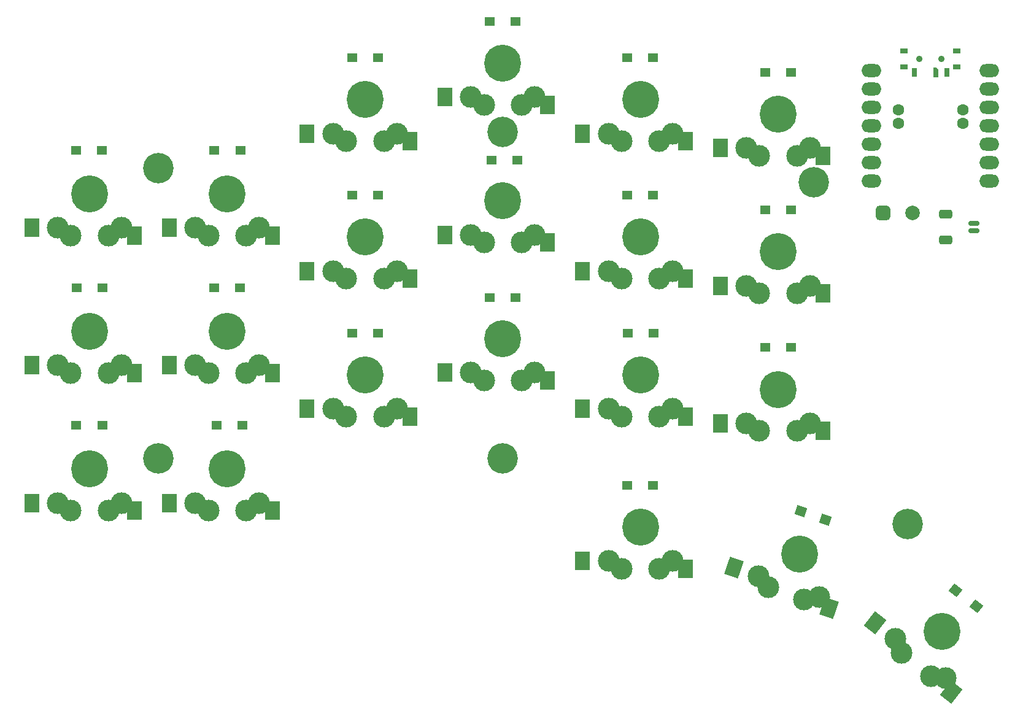
<source format=gbs>
G04 #@! TF.GenerationSoftware,KiCad,Pcbnew,8.0.2-1*
G04 #@! TF.CreationDate,2024-09-12T16:13:46+03:00*
G04 #@! TF.ProjectId,pcb,7063622e-6b69-4636-9164-5f7063625858,rev?*
G04 #@! TF.SameCoordinates,Original*
G04 #@! TF.FileFunction,Soldermask,Bot*
G04 #@! TF.FilePolarity,Negative*
%FSLAX46Y46*%
G04 Gerber Fmt 4.6, Leading zero omitted, Abs format (unit mm)*
G04 Created by KiCad (PCBNEW 8.0.2-1) date 2024-09-12 16:13:46*
%MOMM*%
%LPD*%
G01*
G04 APERTURE LIST*
G04 Aperture macros list*
%AMRoundRect*
0 Rectangle with rounded corners*
0 $1 Rounding radius*
0 $2 $3 $4 $5 $6 $7 $8 $9 X,Y pos of 4 corners*
0 Add a 4 corners polygon primitive as box body*
4,1,4,$2,$3,$4,$5,$6,$7,$8,$9,$2,$3,0*
0 Add four circle primitives for the rounded corners*
1,1,$1+$1,$2,$3*
1,1,$1+$1,$4,$5*
1,1,$1+$1,$6,$7*
1,1,$1+$1,$8,$9*
0 Add four rect primitives between the rounded corners*
20,1,$1+$1,$2,$3,$4,$5,0*
20,1,$1+$1,$4,$5,$6,$7,0*
20,1,$1+$1,$6,$7,$8,$9,0*
20,1,$1+$1,$8,$9,$2,$3,0*%
%AMRotRect*
0 Rectangle, with rotation*
0 The origin of the aperture is its center*
0 $1 length*
0 $2 width*
0 $3 Rotation angle, in degrees counterclockwise*
0 Add horizontal line*
21,1,$1,$2,0,0,$3*%
%AMOutline5P*
0 Free polygon, 5 corners , with rotation*
0 The origin of the aperture is its center*
0 number of corners: always 5*
0 $1 to $10 corner X, Y*
0 $11 Rotation angle, in degrees counterclockwise*
0 create outline with 5 corners*
4,1,5,$1,$2,$3,$4,$5,$6,$7,$8,$9,$10,$1,$2,$11*%
%AMOutline6P*
0 Free polygon, 6 corners , with rotation*
0 The origin of the aperture is its center*
0 number of corners: always 6*
0 $1 to $12 corner X, Y*
0 $13 Rotation angle, in degrees counterclockwise*
0 create outline with 6 corners*
4,1,6,$1,$2,$3,$4,$5,$6,$7,$8,$9,$10,$11,$12,$1,$2,$13*%
%AMOutline7P*
0 Free polygon, 7 corners , with rotation*
0 The origin of the aperture is its center*
0 number of corners: always 7*
0 $1 to $14 corner X, Y*
0 $15 Rotation angle, in degrees counterclockwise*
0 create outline with 7 corners*
4,1,7,$1,$2,$3,$4,$5,$6,$7,$8,$9,$10,$11,$12,$13,$14,$1,$2,$15*%
%AMOutline8P*
0 Free polygon, 8 corners , with rotation*
0 The origin of the aperture is its center*
0 number of corners: always 8*
0 $1 to $16 corner X, Y*
0 $17 Rotation angle, in degrees counterclockwise*
0 create outline with 8 corners*
4,1,8,$1,$2,$3,$4,$5,$6,$7,$8,$9,$10,$11,$12,$13,$14,$15,$16,$1,$2,$17*%
G04 Aperture macros list end*
%ADD10C,4.200000*%
%ADD11C,2.000000*%
%ADD12RoundRect,0.500000X-0.500000X0.500000X-0.500000X-0.500000X0.500000X-0.500000X0.500000X0.500000X0*%
%ADD13R,1.000000X0.800000*%
%ADD14C,0.900000*%
%ADD15R,0.700000X1.280000*%
%ADD16Outline5P,-0.350000X0.640000X0.350000X0.640000X0.350000X-0.640000X-0.070000X-0.640000X-0.350000X-0.360000X180.000000*%
%ADD17RoundRect,0.150000X-0.625000X0.150000X-0.625000X-0.150000X0.625000X-0.150000X0.625000X0.150000X0*%
%ADD18RoundRect,0.250000X-0.650000X0.350000X-0.650000X-0.350000X0.650000X-0.350000X0.650000X0.350000X0*%
%ADD19RotRect,1.425000X1.300000X322.000000*%
%ADD20RotRect,1.425000X1.300000X341.000000*%
%ADD21R,1.425000X1.300000*%
%ADD22C,3.000000*%
%ADD23C,5.100000*%
%ADD24R,2.000000X2.500000*%
%ADD25O,2.750000X1.800000*%
%ADD26C,1.600000*%
%ADD27RotRect,2.000000X2.500000X322.000000*%
%ADD28RotRect,2.000000X2.500000X341.000000*%
G04 APERTURE END LIST*
D10*
X141500000Y-67000000D03*
X141500000Y-112000000D03*
D11*
X198000000Y-78115970D03*
D12*
X194000000Y-78115970D03*
D13*
X204150000Y-55776046D03*
X204150000Y-57996046D03*
D14*
X202000000Y-56886046D03*
X199000000Y-56886046D03*
D13*
X196850000Y-55776046D03*
X196850000Y-57996046D03*
D15*
X202750000Y-58756046D03*
D16*
X201250000Y-58756046D03*
D15*
X198250000Y-58756046D03*
D17*
X206500000Y-80615970D03*
X206500000Y-79615970D03*
D18*
X202625000Y-78315970D03*
X202625000Y-81915970D03*
D19*
X206817138Y-132441960D03*
X204000000Y-130240970D03*
D20*
X186000000Y-120490970D03*
X182619772Y-119327064D03*
D21*
X181250000Y-96740970D03*
X177675000Y-96740970D03*
X162250000Y-115740970D03*
X158675000Y-115740970D03*
X105287500Y-69490970D03*
X101712500Y-69490970D03*
X105250000Y-88490970D03*
X101675000Y-88490970D03*
X162287500Y-94740970D03*
X158712500Y-94740970D03*
X181250000Y-58740970D03*
X177675000Y-58740970D03*
X86287500Y-88490970D03*
X82712500Y-88490970D03*
X181250000Y-77740970D03*
X177675000Y-77740970D03*
X143250000Y-51740970D03*
X139675000Y-51740970D03*
X143500000Y-70865970D03*
X139925000Y-70865970D03*
X162250000Y-56740970D03*
X158675000Y-56740970D03*
X124287500Y-56740970D03*
X120712500Y-56740970D03*
X86250000Y-107490970D03*
X82675000Y-107490970D03*
X162250000Y-75740970D03*
X158675000Y-75740970D03*
X124325000Y-75740970D03*
X120750000Y-75740970D03*
X124287500Y-94740970D03*
X120712500Y-94740970D03*
X105575000Y-107490970D03*
X102000000Y-107490970D03*
X86187500Y-69490970D03*
X82612500Y-69490970D03*
X143287500Y-89865970D03*
X139712500Y-89865970D03*
D22*
X80100000Y-80200000D03*
X81900000Y-81250000D03*
D23*
X84500000Y-75500000D03*
D22*
X87100000Y-81250000D03*
X88900000Y-80200000D03*
D24*
X76500000Y-80200000D03*
X90700000Y-81250000D03*
D22*
X118100000Y-67200000D03*
X119900000Y-68250000D03*
D23*
X122500000Y-62500000D03*
D22*
X125100000Y-68250000D03*
X126900000Y-67200000D03*
D24*
X114500000Y-67200000D03*
X128700000Y-68250000D03*
D22*
X118100000Y-86200000D03*
X119900000Y-87250000D03*
D23*
X122500000Y-81500000D03*
D22*
X125100000Y-87250000D03*
X126900000Y-86200000D03*
D24*
X114500000Y-86200000D03*
X128700000Y-87250000D03*
D10*
X94000000Y-112000000D03*
X94000000Y-72000000D03*
D22*
X99100000Y-80200000D03*
X100900000Y-81250000D03*
D23*
X103500000Y-75500000D03*
D22*
X106100000Y-81250000D03*
X107900000Y-80200000D03*
D24*
X95500000Y-80200000D03*
X109700000Y-81250000D03*
D10*
X197400000Y-121090970D03*
D22*
X80100000Y-99190970D03*
X81900000Y-100240970D03*
D23*
X84500000Y-94490970D03*
D22*
X87100000Y-100240970D03*
X88900000Y-99190970D03*
D24*
X76500000Y-99190970D03*
X90700000Y-100240970D03*
D25*
X208594960Y-58496046D03*
X208594960Y-61036046D03*
X208594960Y-63576046D03*
X208594960Y-66116046D03*
X208594960Y-68656046D03*
X208594960Y-71196046D03*
X208594960Y-73736046D03*
X192405040Y-73736046D03*
X192405040Y-71196046D03*
X192405040Y-68656046D03*
X192405040Y-66116046D03*
X192405040Y-63576046D03*
X192405040Y-61036046D03*
X192405040Y-58496046D03*
D26*
X196055000Y-65799046D03*
X204945000Y-65799046D03*
X196055000Y-63894046D03*
X204945000Y-63894046D03*
D24*
X185700000Y-70250000D03*
X171500000Y-69200000D03*
D22*
X183900000Y-69200000D03*
X182100000Y-70250000D03*
D23*
X179500000Y-64500000D03*
D22*
X176900000Y-70250000D03*
X175100000Y-69200000D03*
X156100000Y-105200000D03*
X157900000Y-106250000D03*
D23*
X160500000Y-100500000D03*
D22*
X163100000Y-106250000D03*
X164900000Y-105200000D03*
D24*
X152500000Y-105200000D03*
X166700000Y-106250000D03*
D22*
X156100000Y-86200000D03*
X157900000Y-87250000D03*
D23*
X160500000Y-81500000D03*
D22*
X163100000Y-87250000D03*
X164900000Y-86200000D03*
D24*
X152500000Y-86200000D03*
X166700000Y-87250000D03*
X109700000Y-100240970D03*
X95500000Y-99190970D03*
D22*
X107900000Y-99190970D03*
X106100000Y-100240970D03*
D23*
X103500000Y-94490970D03*
D22*
X100900000Y-100240970D03*
X99100000Y-99190970D03*
D24*
X147700000Y-63240970D03*
X133500000Y-62190970D03*
D22*
X145900000Y-62190970D03*
X144100000Y-63240970D03*
D23*
X141500000Y-57490970D03*
D22*
X138900000Y-63240970D03*
X137100000Y-62190970D03*
D24*
X166700000Y-127240970D03*
X152500000Y-126190970D03*
D22*
X164900000Y-126190970D03*
X163100000Y-127240970D03*
D23*
X160500000Y-121490970D03*
D22*
X157900000Y-127240970D03*
X156100000Y-126190970D03*
X137100000Y-100200000D03*
X138900000Y-101250000D03*
D23*
X141500000Y-95500000D03*
D22*
X144100000Y-101250000D03*
X145900000Y-100200000D03*
D24*
X133500000Y-100200000D03*
X147700000Y-101250000D03*
D22*
X99100000Y-118200000D03*
X100900000Y-119250000D03*
D23*
X103500000Y-113500000D03*
D22*
X106100000Y-119250000D03*
X107900000Y-118200000D03*
D24*
X95500000Y-118200000D03*
X109700000Y-119250000D03*
D22*
X80100000Y-118190970D03*
X81900000Y-119240970D03*
D23*
X84500000Y-113490970D03*
D22*
X87100000Y-119240970D03*
X88900000Y-118190970D03*
D24*
X76500000Y-118190970D03*
X90700000Y-119240970D03*
D22*
X137100000Y-81190970D03*
X138900000Y-82240970D03*
D23*
X141500000Y-76490970D03*
D22*
X144100000Y-82240970D03*
X145900000Y-81190970D03*
D24*
X133500000Y-81190970D03*
X147700000Y-82240970D03*
D22*
X175100000Y-88200000D03*
X176900000Y-89250000D03*
D23*
X179500000Y-83500000D03*
D22*
X182100000Y-89250000D03*
X183900000Y-88200000D03*
D24*
X171500000Y-88200000D03*
X185700000Y-89250000D03*
D22*
X118100000Y-105200000D03*
X119900000Y-106250000D03*
D23*
X122500000Y-100500000D03*
D22*
X125100000Y-106250000D03*
X126900000Y-105200000D03*
D24*
X114500000Y-105200000D03*
X128700000Y-106250000D03*
D22*
X195706282Y-136936700D03*
X196478257Y-138872302D03*
D23*
X202067138Y-135941960D03*
D22*
X200575912Y-142073742D03*
X202640777Y-142354521D03*
D27*
X192869443Y-134720318D03*
X203412752Y-144290123D03*
D22*
X176809548Y-128252408D03*
X178169634Y-129831225D03*
D23*
X182500000Y-125240970D03*
D22*
X183086332Y-131524179D03*
X185130111Y-131117407D03*
D28*
X173405681Y-127080362D03*
X186490199Y-132696225D03*
D24*
X185700000Y-108250000D03*
X171500000Y-107200000D03*
D22*
X183900000Y-107200000D03*
X182100000Y-108250000D03*
D23*
X179500000Y-102500000D03*
D22*
X176900000Y-108250000D03*
X175100000Y-107200000D03*
X156100000Y-67200000D03*
X157900000Y-68250000D03*
D23*
X160500000Y-62500000D03*
D22*
X163100000Y-68250000D03*
X164900000Y-67200000D03*
D24*
X152500000Y-67200000D03*
X166700000Y-68250000D03*
D10*
X184400000Y-73890970D03*
M02*

</source>
